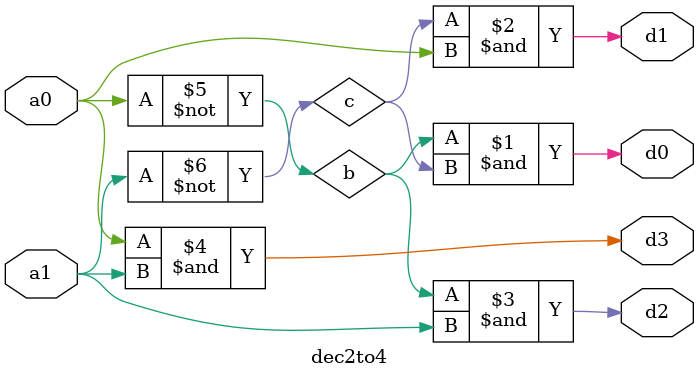
<source format=v>
`timescale 1ns/10ps
module dec2to4( d0, 
                d1, 
                d2, 
                d3, 
                a0, 
                a1 ) ;

	 output d0, d1, d2, d3 ;
	 input a0, a1 ;

	 wire b, c ;

	 and (d0, b, c) ;
	 and (d1, c, a0) ;
	 and (d2, b, a1) ;
	 and (d3, a0, a1) ;
	 not (b, a0) ;
	 not (c, a1) ;

endmodule

</source>
